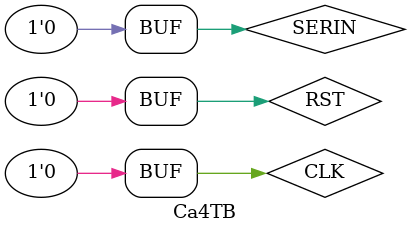
<source format=sv>
`timescale 1ns/1ns
module Ca4TB();
    logic CLK = 0;
    logic RST = 0;
    logic SERIN = 0;
    wire SEROUT;
    wire A, B, C;

    Ca4Top UUT1(.clk(CLK), .rst(RST), .SerIn(SERIN), .SerOut(SEROUT), .a(A), .b(B), .c(C));
    initial repeat(1000) #500 CLK = ~CLK;
    initial begin
    #80 SERIN = 0;
    #1150 SERIN = 1;
    //from here sequence starts
    #1000 SERIN = 0;
    #1000 SERIN = 1;
    #1000 SERIN = 1;
    #1000 SERIN = 1;
    #1000 SERIN = 1;
    #1000 SERIN = 1;
    #1000 SERIN = 0;
    #1000 SERIN = 1;
    #1000 SERIN = 1;
    #1000 SERIN = 1;
    #1000 SERIN = 0;
    #1000 SERIN = 0;
    #1000 SERIN = 0;
    #1000 SERIN = 0;
    #1000 SERIN = 0;
    #1000 SERIN = 1;
    #1000 SERIN = 0;
    #1000 SERIN = 1;
    #1000 SERIN = 0;
    #1000 SERIN = 1;
    #1000 SERIN = 0;
    #1000 SERIN = 1;
    #1000 SERIN = 0;
    #1000 SERIN = 1;
    #1000 SERIN = 0;
    #1000 SERIN = 0;
    #1000 SERIN = 0;
    #1000 SERIN = 0;
    #1000 SERIN = 1;
    #1000 SERIN = 1;
    #1000 SERIN = 1;
    #1000 SERIN = 1;
    #1000 SERIN = 1;
    #1000 SERIN = 0;
    #1000 SERIN = 1;
    #1000 SERIN = 1;
    #1000 SERIN = 1;
    #1000 SERIN = 0;
    #1000 SERIN = 0;
    #1000 SERIN = 0;
    #1000 SERIN = 0;
    #1000 SERIN = 0;
    #1000 SERIN = 1;
    #1000 SERIN = 0;
    #1000 SERIN = 1;
    #1000 SERIN = 0;
    #1000 SERIN = 1;
    #1000 SERIN = 0;
    #1000 SERIN = 1;
    #1000 SERIN = 0;
    end
endmodule
</source>
